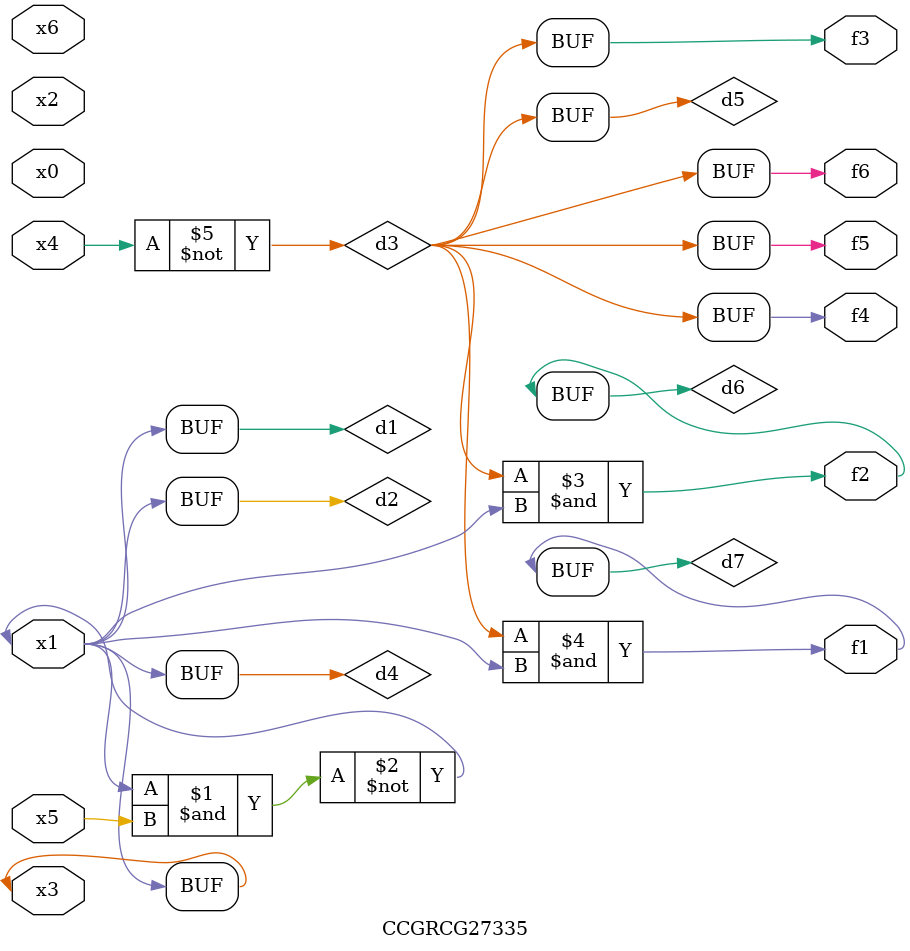
<source format=v>
module CCGRCG27335(
	input x0, x1, x2, x3, x4, x5, x6,
	output f1, f2, f3, f4, f5, f6
);

	wire d1, d2, d3, d4, d5, d6, d7;

	buf (d1, x1, x3);
	nand (d2, x1, x5);
	not (d3, x4);
	buf (d4, d1, d2);
	buf (d5, d3);
	and (d6, d3, d4);
	and (d7, d3, d4);
	assign f1 = d7;
	assign f2 = d6;
	assign f3 = d5;
	assign f4 = d5;
	assign f5 = d5;
	assign f6 = d5;
endmodule

</source>
